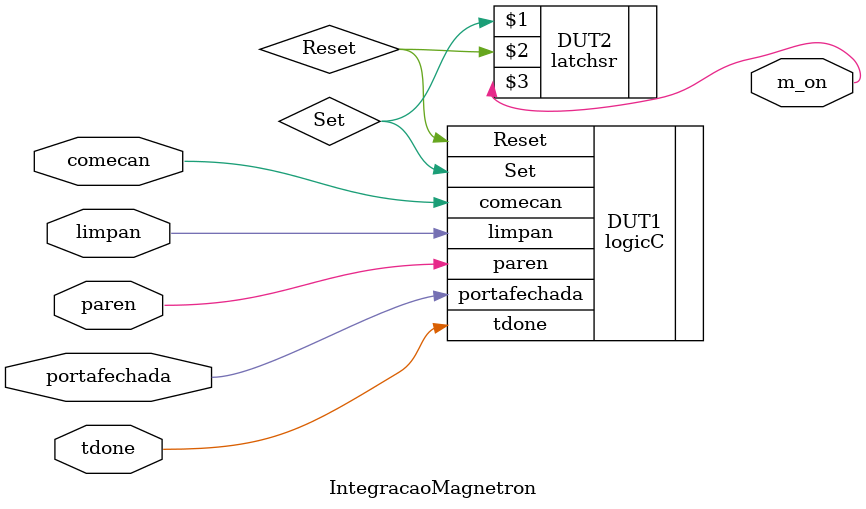
<source format=v>
module  IntegracaoMagnetron( input wire comecan, paren, limpan, portafechada, tdone, output wire m_on);
    wire Reset, Set;
    logicC DUT1(.comecan(comecan), .paren(paren), .limpan(limpan), .portafechada(portafechada), .tdone(tdone), .Set(Set), .Reset(Reset));
    latchsr DUT2(Set, Reset, m_on);  
endmodule

</source>
